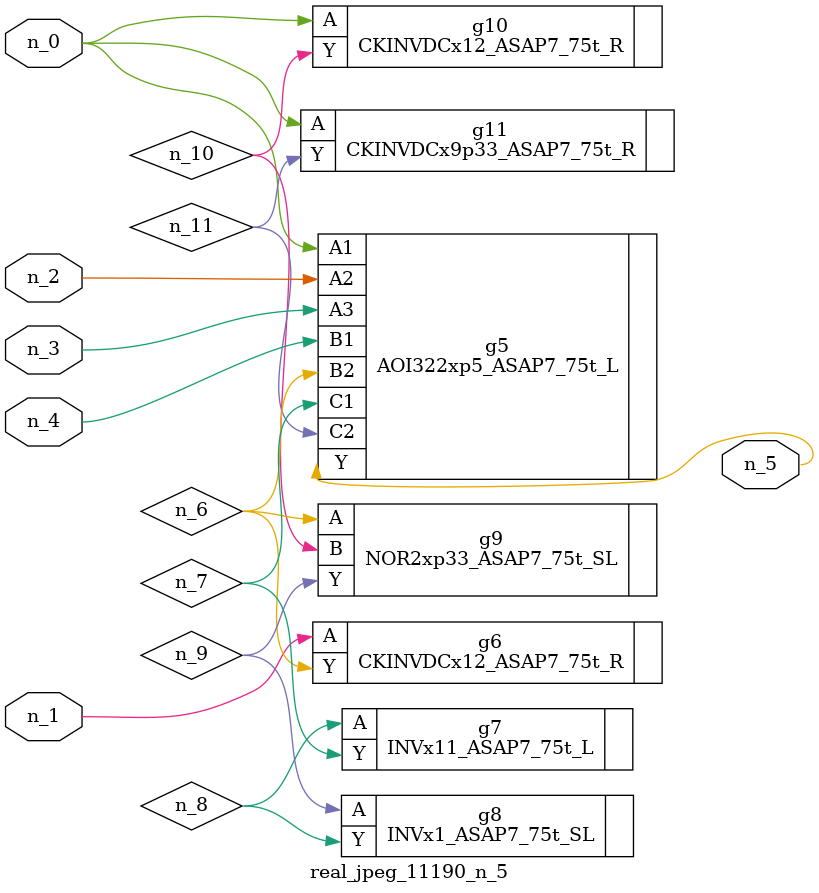
<source format=v>
module real_jpeg_11190_n_5 (n_4, n_0, n_1, n_2, n_3, n_5);

input n_4;
input n_0;
input n_1;
input n_2;
input n_3;

output n_5;

wire n_8;
wire n_11;
wire n_6;
wire n_7;
wire n_10;
wire n_9;

AOI322xp5_ASAP7_75t_L g5 ( 
.A1(n_0),
.A2(n_2),
.A3(n_3),
.B1(n_4),
.B2(n_6),
.C1(n_7),
.C2(n_11),
.Y(n_5)
);

CKINVDCx12_ASAP7_75t_R g10 ( 
.A(n_0),
.Y(n_10)
);

CKINVDCx9p33_ASAP7_75t_R g11 ( 
.A(n_0),
.Y(n_11)
);

CKINVDCx12_ASAP7_75t_R g6 ( 
.A(n_1),
.Y(n_6)
);

NOR2xp33_ASAP7_75t_SL g9 ( 
.A(n_6),
.B(n_10),
.Y(n_9)
);

INVx11_ASAP7_75t_L g7 ( 
.A(n_8),
.Y(n_7)
);

INVx1_ASAP7_75t_SL g8 ( 
.A(n_9),
.Y(n_8)
);


endmodule
</source>
